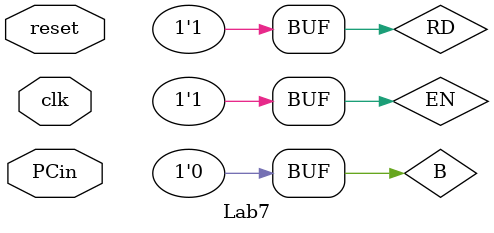
<source format=v>
`timescale 1ns / 1ps
module Lab7(
	input clk, 
	input reset,
	input [31:0] PCin
    );

	
	wire [31:0] PCout;
	wire [31:0] IFIDin;
	wire [31:0] IFIDout;
	wire [31:0] IDEXin;
	wire lw;
	wire sw;
	wire beq;
	wire regWrite;
	wire regWrite1, regWrite2, regWrite3;
	wire [31:0] Op1, Op2;
	wire [31:0] Op1_o, Op2_o;
	wire RD = 1;
	wire EN = 1;
	wire [31:0] extendedin;
	wire [31:0] extendedout;
	wire [31:0] IDEXout;
	wire [3:0] aluctl;
	wire B = 4;
	wire [31:0] mux1_o, mux2_o, mux2out, mux2end, mux3_o;
	wire [31:0] ALUout, ALUout_o, Op2out, ALUout1;
	wire [31:0] memdata_o, memdata1;
	wire ALUSrc, RegDst, MemRead, MemWrite, MemtoReg;
	wire MemRead1, MemWrite1, MemtoReg1;
	wire MemtoReg2;
	
	

	PCregister PC(.In(PCin),.Out(PCout),.clk(clk),.reset(reset));
	
	ALUadd4 ALU4(.A(PCout),.B(B),.ALUout(PCin));

	inst_mem iMEM(.i_adr(PCout),.o_dat(IFIDin));

	IFIDregister IF(.In(IFIDin),.Out(IFIDout),.clk(clk),.reset(reset));
	
	controlLogic ctl( .lw(lw), .sw(sw), .beq(beq), .regWrite(regWrite), .In(IFIDout), .In1(IDEXin));
	
	regFile rFile(.Ip1(mux3_o), .sel_i1(mux2end), .Op1(Op1), .sel_o1(IFIDout [25:21]), .Op2(Op2), .sel_o2(IFIDout [20:16]),
	.RD(RD), .WR(regWrite3), .rst(reset), .EN(EN), .clk(clk));

	SignExtend ext(.In(IFIDout [15:0]),.Out(extendedin));

	IDEXregister ID(.Control_i(regWrite),.Op1_i(Op1),.Op2_i(Op2),.In(IFIDout),.Extended_i(extendedin),.clk(clk),
	.reset(reset),.Control_o(regWrite1),.Op1_o(Op1_o),.Op2_o(Op2_o),.Out(IDEXout),.Extended_o(extendedout),.ALUctl(),
	.ALUSrc(ALUSrc), .RegDst(RegDst), .MemRead(MemRead), .MemWrite(MemWrite), .MemtoReg(MemtoReg));

	Mux2to1_32bit M1(.i_bit1(Op2_o),.i_bit2(extendedout),.i_bitS(ALUSrc),.o_out(mux1_o));
	
	ALU_Control aluc( .In(IDEXout), .ALUOp(regWrite1), .Out(aluctl));
	
	Mux2to1_5bit M2(.i_bit1(IDEXout [15:11]),.i_bit2(IDEXout [20:16]),.i_bitS(RegDst),.o_out(mux2_o));

	ALU_32bit alu32(.ALUctl(aluctl),.A(Op1_o),.B(mux1_o),.ALUout(ALUout));

	EXMEMregister EX(.ALUout_i(ALUout),.Op2_i(Op2_o),.ALUout_o(ALUout_o),.Op2_o(Op2out),.RegDest_i(mux2_o),.RegDest_o(mux2out),
	.RegWrite(regWrite1),.regWrite(regWrite2),.clk(clk),.reset(reset), 
	.MemRead_i(MemRead), .MemWrite_i(MemWrite), .MemtoReg_i(MemtoReg), .MemRead_o(MemRead1), .MemWrite_o(MemWrite1), .MemtoReg_o(MemtoReg1));

	data_mem dMEM(.i_adr(ALUout_o), .i_dat(Op2out), .o_dat(memdata_o), .R(MemRead1), .W(MemWrite1));

	MEMWBregister WB(.dat1_i(memdata_o),.dat2_i(ALUout_o),.dat1_o(memdata1),.dat2_o(ALUout1),.RegDest_i(mux2out),.RegDest_o(mux2end),
	.RegWrite(regWrite2),.regWrite(regWrite3),.clk(clk),.reset(reset),.MemtoReg_i(MemtoReg1),.MemtoReg_o(MemtoReg2));

	Mux2to1_32bit M3(.i_bit1(memdata1),.i_bit2(ALUout1),.i_bitS(MemtoReg2),.o_out(mux3_o));



endmodule

</source>
